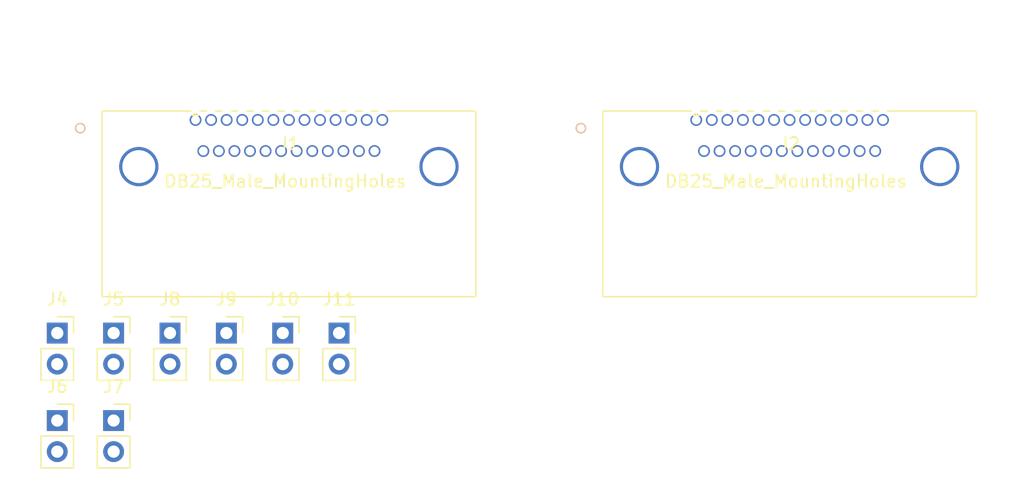
<source format=kicad_pcb>
(kicad_pcb (version 20171130) (host pcbnew "(5.1.10)-1")

  (general
    (thickness 1.6)
    (drawings 0)
    (tracks 0)
    (zones 0)
    (modules 10)
    (nets 29)
  )

  (page A4)
  (layers
    (0 F.Cu signal)
    (31 B.Cu signal)
    (32 B.Adhes user)
    (33 F.Adhes user)
    (34 B.Paste user)
    (35 F.Paste user)
    (36 B.SilkS user)
    (37 F.SilkS user)
    (38 B.Mask user)
    (39 F.Mask user)
    (40 Dwgs.User user)
    (41 Cmts.User user)
    (42 Eco1.User user)
    (43 Eco2.User user)
    (44 Edge.Cuts user)
    (45 Margin user)
    (46 B.CrtYd user)
    (47 F.CrtYd user)
    (48 B.Fab user)
    (49 F.Fab user)
  )

  (setup
    (last_trace_width 0.25)
    (trace_clearance 0.2)
    (zone_clearance 0.508)
    (zone_45_only no)
    (trace_min 0.2)
    (via_size 0.8)
    (via_drill 0.4)
    (via_min_size 0.4)
    (via_min_drill 0.3)
    (uvia_size 0.3)
    (uvia_drill 0.1)
    (uvias_allowed no)
    (uvia_min_size 0.2)
    (uvia_min_drill 0.1)
    (edge_width 0.05)
    (segment_width 0.2)
    (pcb_text_width 0.3)
    (pcb_text_size 1.5 1.5)
    (mod_edge_width 0.12)
    (mod_text_size 1 1)
    (mod_text_width 0.15)
    (pad_size 1.524 1.524)
    (pad_drill 0.762)
    (pad_to_mask_clearance 0)
    (aux_axis_origin 0 0)
    (visible_elements FFFFFF7F)
    (pcbplotparams
      (layerselection 0x010fc_ffffffff)
      (usegerberextensions false)
      (usegerberattributes true)
      (usegerberadvancedattributes true)
      (creategerberjobfile true)
      (excludeedgelayer true)
      (linewidth 0.100000)
      (plotframeref false)
      (viasonmask false)
      (mode 1)
      (useauxorigin false)
      (hpglpennumber 1)
      (hpglpenspeed 20)
      (hpglpendiameter 15.000000)
      (psnegative false)
      (psa4output false)
      (plotreference true)
      (plotvalue true)
      (plotinvisibletext false)
      (padsonsilk false)
      (subtractmaskfromsilk false)
      (outputformat 1)
      (mirror false)
      (drillshape 1)
      (scaleselection 1)
      (outputdirectory ""))
  )

  (net 0 "")
  (net 1 "Net-(J1-Pad25)")
  (net 2 "Net-(J1-Pad24)")
  (net 3 /23)
  (net 4 /22)
  (net 5 "Net-(J1-Pad21)")
  (net 6 "Net-(J1-Pad20)")
  (net 7 "Net-(J1-Pad19)")
  (net 8 "Net-(J1-Pad18)")
  (net 9 "Net-(J1-Pad17)")
  (net 10 "Net-(J1-Pad16)")
  (net 11 "Net-(J1-Pad15)")
  (net 12 "Net-(J1-Pad14)")
  (net 13 "Net-(J1-Pad13)")
  (net 14 "Net-(J1-Pad12)")
  (net 15 "Net-(J1-Pad11)")
  (net 16 /10)
  (net 17 /9)
  (net 18 "Net-(J1-Pad8)")
  (net 19 "Net-(J1-Pad7)")
  (net 20 "Net-(J1-Pad6)")
  (net 21 "Net-(J1-Pad5)")
  (net 22 "Net-(J1-Pad4)")
  (net 23 "Net-(J1-Pad3)")
  (net 24 "Net-(J1-Pad2)")
  (net 25 "Net-(J1-Pad1)")
  (net 26 "Net-(J2-Pad3)")
  (net 27 "Net-(J2-Pad13)")
  (net 28 GND)

  (net_class Default "This is the default net class."
    (clearance 0.2)
    (trace_width 0.25)
    (via_dia 0.8)
    (via_drill 0.4)
    (uvia_dia 0.3)
    (uvia_drill 0.1)
    (add_net /10)
    (add_net /22)
    (add_net /23)
    (add_net /9)
    (add_net GND)
    (add_net "Net-(J1-Pad1)")
    (add_net "Net-(J1-Pad11)")
    (add_net "Net-(J1-Pad12)")
    (add_net "Net-(J1-Pad13)")
    (add_net "Net-(J1-Pad14)")
    (add_net "Net-(J1-Pad15)")
    (add_net "Net-(J1-Pad16)")
    (add_net "Net-(J1-Pad17)")
    (add_net "Net-(J1-Pad18)")
    (add_net "Net-(J1-Pad19)")
    (add_net "Net-(J1-Pad2)")
    (add_net "Net-(J1-Pad20)")
    (add_net "Net-(J1-Pad21)")
    (add_net "Net-(J1-Pad24)")
    (add_net "Net-(J1-Pad25)")
    (add_net "Net-(J1-Pad3)")
    (add_net "Net-(J1-Pad4)")
    (add_net "Net-(J1-Pad5)")
    (add_net "Net-(J1-Pad6)")
    (add_net "Net-(J1-Pad7)")
    (add_net "Net-(J1-Pad8)")
    (add_net "Net-(J2-Pad13)")
    (add_net "Net-(J2-Pad3)")
  )

  (module Connector_PinSocket_2.54mm:PinSocket_1x02_P2.54mm_Vertical (layer F.Cu) (tedit 5A19A420) (tstamp 62CFD5F8)
    (at 78.215033 31.105276)
    (descr "Through hole straight socket strip, 1x02, 2.54mm pitch, single row (from Kicad 4.0.7), script generated")
    (tags "Through hole socket strip THT 1x02 2.54mm single row")
    (path /62D1FDFB)
    (fp_text reference J11 (at 0 -2.77) (layer F.SilkS)
      (effects (font (size 1 1) (thickness 0.15)))
    )
    (fp_text value Conn_01x02 (at 0 5.31) (layer F.Fab)
      (effects (font (size 1 1) (thickness 0.15)))
    )
    (fp_text user %R (at 0 1.27 90) (layer F.Fab)
      (effects (font (size 1 1) (thickness 0.15)))
    )
    (fp_line (start -1.27 -1.27) (end 0.635 -1.27) (layer F.Fab) (width 0.1))
    (fp_line (start 0.635 -1.27) (end 1.27 -0.635) (layer F.Fab) (width 0.1))
    (fp_line (start 1.27 -0.635) (end 1.27 3.81) (layer F.Fab) (width 0.1))
    (fp_line (start 1.27 3.81) (end -1.27 3.81) (layer F.Fab) (width 0.1))
    (fp_line (start -1.27 3.81) (end -1.27 -1.27) (layer F.Fab) (width 0.1))
    (fp_line (start -1.33 1.27) (end 1.33 1.27) (layer F.SilkS) (width 0.12))
    (fp_line (start -1.33 1.27) (end -1.33 3.87) (layer F.SilkS) (width 0.12))
    (fp_line (start -1.33 3.87) (end 1.33 3.87) (layer F.SilkS) (width 0.12))
    (fp_line (start 1.33 1.27) (end 1.33 3.87) (layer F.SilkS) (width 0.12))
    (fp_line (start 1.33 -1.33) (end 1.33 0) (layer F.SilkS) (width 0.12))
    (fp_line (start 0 -1.33) (end 1.33 -1.33) (layer F.SilkS) (width 0.12))
    (fp_line (start -1.8 -1.8) (end 1.75 -1.8) (layer F.CrtYd) (width 0.05))
    (fp_line (start 1.75 -1.8) (end 1.75 4.3) (layer F.CrtYd) (width 0.05))
    (fp_line (start 1.75 4.3) (end -1.8 4.3) (layer F.CrtYd) (width 0.05))
    (fp_line (start -1.8 4.3) (end -1.8 -1.8) (layer F.CrtYd) (width 0.05))
    (pad 2 thru_hole oval (at 0 2.54) (size 1.7 1.7) (drill 1) (layers *.Cu *.Mask)
      (net 3 /23))
    (pad 1 thru_hole rect (at 0 0) (size 1.7 1.7) (drill 1) (layers *.Cu *.Mask)
      (net 16 /10))
    (model ${KISYS3DMOD}/Connector_PinSocket_2.54mm.3dshapes/PinSocket_1x02_P2.54mm_Vertical.wrl
      (at (xyz 0 0 0))
      (scale (xyz 1 1 1))
      (rotate (xyz 0 0 0))
    )
  )

  (module Connector_PinSocket_2.54mm:PinSocket_1x02_P2.54mm_Vertical (layer F.Cu) (tedit 5A19A420) (tstamp 62CFD5E2)
    (at 73.615033 31.105276)
    (descr "Through hole straight socket strip, 1x02, 2.54mm pitch, single row (from Kicad 4.0.7), script generated")
    (tags "Through hole socket strip THT 1x02 2.54mm single row")
    (path /62D1FDF5)
    (fp_text reference J10 (at 0 -2.77) (layer F.SilkS)
      (effects (font (size 1 1) (thickness 0.15)))
    )
    (fp_text value Conn_01x02 (at 0 5.31) (layer F.Fab)
      (effects (font (size 1 1) (thickness 0.15)))
    )
    (fp_text user %R (at 0 1.27 90) (layer F.Fab)
      (effects (font (size 1 1) (thickness 0.15)))
    )
    (fp_line (start -1.27 -1.27) (end 0.635 -1.27) (layer F.Fab) (width 0.1))
    (fp_line (start 0.635 -1.27) (end 1.27 -0.635) (layer F.Fab) (width 0.1))
    (fp_line (start 1.27 -0.635) (end 1.27 3.81) (layer F.Fab) (width 0.1))
    (fp_line (start 1.27 3.81) (end -1.27 3.81) (layer F.Fab) (width 0.1))
    (fp_line (start -1.27 3.81) (end -1.27 -1.27) (layer F.Fab) (width 0.1))
    (fp_line (start -1.33 1.27) (end 1.33 1.27) (layer F.SilkS) (width 0.12))
    (fp_line (start -1.33 1.27) (end -1.33 3.87) (layer F.SilkS) (width 0.12))
    (fp_line (start -1.33 3.87) (end 1.33 3.87) (layer F.SilkS) (width 0.12))
    (fp_line (start 1.33 1.27) (end 1.33 3.87) (layer F.SilkS) (width 0.12))
    (fp_line (start 1.33 -1.33) (end 1.33 0) (layer F.SilkS) (width 0.12))
    (fp_line (start 0 -1.33) (end 1.33 -1.33) (layer F.SilkS) (width 0.12))
    (fp_line (start -1.8 -1.8) (end 1.75 -1.8) (layer F.CrtYd) (width 0.05))
    (fp_line (start 1.75 -1.8) (end 1.75 4.3) (layer F.CrtYd) (width 0.05))
    (fp_line (start 1.75 4.3) (end -1.8 4.3) (layer F.CrtYd) (width 0.05))
    (fp_line (start -1.8 4.3) (end -1.8 -1.8) (layer F.CrtYd) (width 0.05))
    (pad 2 thru_hole oval (at 0 2.54) (size 1.7 1.7) (drill 1) (layers *.Cu *.Mask)
      (net 3 /23))
    (pad 1 thru_hole rect (at 0 0) (size 1.7 1.7) (drill 1) (layers *.Cu *.Mask)
      (net 16 /10))
    (model ${KISYS3DMOD}/Connector_PinSocket_2.54mm.3dshapes/PinSocket_1x02_P2.54mm_Vertical.wrl
      (at (xyz 0 0 0))
      (scale (xyz 1 1 1))
      (rotate (xyz 0 0 0))
    )
  )

  (module Connector_PinSocket_2.54mm:PinSocket_1x02_P2.54mm_Vertical (layer F.Cu) (tedit 5A19A420) (tstamp 62CFD5CC)
    (at 69.015033 31.105276)
    (descr "Through hole straight socket strip, 1x02, 2.54mm pitch, single row (from Kicad 4.0.7), script generated")
    (tags "Through hole socket strip THT 1x02 2.54mm single row")
    (path /62D1FDEF)
    (fp_text reference J9 (at 0 -2.77) (layer F.SilkS)
      (effects (font (size 1 1) (thickness 0.15)))
    )
    (fp_text value Conn_01x02 (at 0 5.31) (layer F.Fab)
      (effects (font (size 1 1) (thickness 0.15)))
    )
    (fp_text user %R (at 0 1.27 90) (layer F.Fab)
      (effects (font (size 1 1) (thickness 0.15)))
    )
    (fp_line (start -1.27 -1.27) (end 0.635 -1.27) (layer F.Fab) (width 0.1))
    (fp_line (start 0.635 -1.27) (end 1.27 -0.635) (layer F.Fab) (width 0.1))
    (fp_line (start 1.27 -0.635) (end 1.27 3.81) (layer F.Fab) (width 0.1))
    (fp_line (start 1.27 3.81) (end -1.27 3.81) (layer F.Fab) (width 0.1))
    (fp_line (start -1.27 3.81) (end -1.27 -1.27) (layer F.Fab) (width 0.1))
    (fp_line (start -1.33 1.27) (end 1.33 1.27) (layer F.SilkS) (width 0.12))
    (fp_line (start -1.33 1.27) (end -1.33 3.87) (layer F.SilkS) (width 0.12))
    (fp_line (start -1.33 3.87) (end 1.33 3.87) (layer F.SilkS) (width 0.12))
    (fp_line (start 1.33 1.27) (end 1.33 3.87) (layer F.SilkS) (width 0.12))
    (fp_line (start 1.33 -1.33) (end 1.33 0) (layer F.SilkS) (width 0.12))
    (fp_line (start 0 -1.33) (end 1.33 -1.33) (layer F.SilkS) (width 0.12))
    (fp_line (start -1.8 -1.8) (end 1.75 -1.8) (layer F.CrtYd) (width 0.05))
    (fp_line (start 1.75 -1.8) (end 1.75 4.3) (layer F.CrtYd) (width 0.05))
    (fp_line (start 1.75 4.3) (end -1.8 4.3) (layer F.CrtYd) (width 0.05))
    (fp_line (start -1.8 4.3) (end -1.8 -1.8) (layer F.CrtYd) (width 0.05))
    (pad 2 thru_hole oval (at 0 2.54) (size 1.7 1.7) (drill 1) (layers *.Cu *.Mask)
      (net 3 /23))
    (pad 1 thru_hole rect (at 0 0) (size 1.7 1.7) (drill 1) (layers *.Cu *.Mask)
      (net 16 /10))
    (model ${KISYS3DMOD}/Connector_PinSocket_2.54mm.3dshapes/PinSocket_1x02_P2.54mm_Vertical.wrl
      (at (xyz 0 0 0))
      (scale (xyz 1 1 1))
      (rotate (xyz 0 0 0))
    )
  )

  (module Connector_PinSocket_2.54mm:PinSocket_1x02_P2.54mm_Vertical (layer F.Cu) (tedit 5A19A420) (tstamp 62CFD5B6)
    (at 64.415033 31.105276)
    (descr "Through hole straight socket strip, 1x02, 2.54mm pitch, single row (from Kicad 4.0.7), script generated")
    (tags "Through hole socket strip THT 1x02 2.54mm single row")
    (path /62D1FDE9)
    (fp_text reference J8 (at 0 -2.77) (layer F.SilkS)
      (effects (font (size 1 1) (thickness 0.15)))
    )
    (fp_text value Conn_01x02 (at 0 5.31) (layer F.Fab)
      (effects (font (size 1 1) (thickness 0.15)))
    )
    (fp_text user %R (at 0 1.27 90) (layer F.Fab)
      (effects (font (size 1 1) (thickness 0.15)))
    )
    (fp_line (start -1.27 -1.27) (end 0.635 -1.27) (layer F.Fab) (width 0.1))
    (fp_line (start 0.635 -1.27) (end 1.27 -0.635) (layer F.Fab) (width 0.1))
    (fp_line (start 1.27 -0.635) (end 1.27 3.81) (layer F.Fab) (width 0.1))
    (fp_line (start 1.27 3.81) (end -1.27 3.81) (layer F.Fab) (width 0.1))
    (fp_line (start -1.27 3.81) (end -1.27 -1.27) (layer F.Fab) (width 0.1))
    (fp_line (start -1.33 1.27) (end 1.33 1.27) (layer F.SilkS) (width 0.12))
    (fp_line (start -1.33 1.27) (end -1.33 3.87) (layer F.SilkS) (width 0.12))
    (fp_line (start -1.33 3.87) (end 1.33 3.87) (layer F.SilkS) (width 0.12))
    (fp_line (start 1.33 1.27) (end 1.33 3.87) (layer F.SilkS) (width 0.12))
    (fp_line (start 1.33 -1.33) (end 1.33 0) (layer F.SilkS) (width 0.12))
    (fp_line (start 0 -1.33) (end 1.33 -1.33) (layer F.SilkS) (width 0.12))
    (fp_line (start -1.8 -1.8) (end 1.75 -1.8) (layer F.CrtYd) (width 0.05))
    (fp_line (start 1.75 -1.8) (end 1.75 4.3) (layer F.CrtYd) (width 0.05))
    (fp_line (start 1.75 4.3) (end -1.8 4.3) (layer F.CrtYd) (width 0.05))
    (fp_line (start -1.8 4.3) (end -1.8 -1.8) (layer F.CrtYd) (width 0.05))
    (pad 2 thru_hole oval (at 0 2.54) (size 1.7 1.7) (drill 1) (layers *.Cu *.Mask)
      (net 3 /23))
    (pad 1 thru_hole rect (at 0 0) (size 1.7 1.7) (drill 1) (layers *.Cu *.Mask)
      (net 16 /10))
    (model ${KISYS3DMOD}/Connector_PinSocket_2.54mm.3dshapes/PinSocket_1x02_P2.54mm_Vertical.wrl
      (at (xyz 0 0 0))
      (scale (xyz 1 1 1))
      (rotate (xyz 0 0 0))
    )
  )

  (module Connector_PinSocket_2.54mm:PinSocket_1x02_P2.54mm_Vertical (layer F.Cu) (tedit 5A19A420) (tstamp 62CFD5A0)
    (at 59.815033 38.255276)
    (descr "Through hole straight socket strip, 1x02, 2.54mm pitch, single row (from Kicad 4.0.7), script generated")
    (tags "Through hole socket strip THT 1x02 2.54mm single row")
    (path /62D0F92A)
    (fp_text reference J7 (at 0 -2.77) (layer F.SilkS)
      (effects (font (size 1 1) (thickness 0.15)))
    )
    (fp_text value Conn_01x02 (at 0 5.31) (layer F.Fab)
      (effects (font (size 1 1) (thickness 0.15)))
    )
    (fp_text user %R (at 0 1.27 90) (layer F.Fab)
      (effects (font (size 1 1) (thickness 0.15)))
    )
    (fp_line (start -1.27 -1.27) (end 0.635 -1.27) (layer F.Fab) (width 0.1))
    (fp_line (start 0.635 -1.27) (end 1.27 -0.635) (layer F.Fab) (width 0.1))
    (fp_line (start 1.27 -0.635) (end 1.27 3.81) (layer F.Fab) (width 0.1))
    (fp_line (start 1.27 3.81) (end -1.27 3.81) (layer F.Fab) (width 0.1))
    (fp_line (start -1.27 3.81) (end -1.27 -1.27) (layer F.Fab) (width 0.1))
    (fp_line (start -1.33 1.27) (end 1.33 1.27) (layer F.SilkS) (width 0.12))
    (fp_line (start -1.33 1.27) (end -1.33 3.87) (layer F.SilkS) (width 0.12))
    (fp_line (start -1.33 3.87) (end 1.33 3.87) (layer F.SilkS) (width 0.12))
    (fp_line (start 1.33 1.27) (end 1.33 3.87) (layer F.SilkS) (width 0.12))
    (fp_line (start 1.33 -1.33) (end 1.33 0) (layer F.SilkS) (width 0.12))
    (fp_line (start 0 -1.33) (end 1.33 -1.33) (layer F.SilkS) (width 0.12))
    (fp_line (start -1.8 -1.8) (end 1.75 -1.8) (layer F.CrtYd) (width 0.05))
    (fp_line (start 1.75 -1.8) (end 1.75 4.3) (layer F.CrtYd) (width 0.05))
    (fp_line (start 1.75 4.3) (end -1.8 4.3) (layer F.CrtYd) (width 0.05))
    (fp_line (start -1.8 4.3) (end -1.8 -1.8) (layer F.CrtYd) (width 0.05))
    (pad 2 thru_hole oval (at 0 2.54) (size 1.7 1.7) (drill 1) (layers *.Cu *.Mask)
      (net 4 /22))
    (pad 1 thru_hole rect (at 0 0) (size 1.7 1.7) (drill 1) (layers *.Cu *.Mask)
      (net 17 /9))
    (model ${KISYS3DMOD}/Connector_PinSocket_2.54mm.3dshapes/PinSocket_1x02_P2.54mm_Vertical.wrl
      (at (xyz 0 0 0))
      (scale (xyz 1 1 1))
      (rotate (xyz 0 0 0))
    )
  )

  (module Connector_PinSocket_2.54mm:PinSocket_1x02_P2.54mm_Vertical (layer F.Cu) (tedit 5A19A420) (tstamp 62CFD58A)
    (at 55.215033 38.255276)
    (descr "Through hole straight socket strip, 1x02, 2.54mm pitch, single row (from Kicad 4.0.7), script generated")
    (tags "Through hole socket strip THT 1x02 2.54mm single row")
    (path /62D0F4E2)
    (fp_text reference J6 (at 0 -2.77) (layer F.SilkS)
      (effects (font (size 1 1) (thickness 0.15)))
    )
    (fp_text value Conn_01x02 (at 0 5.31) (layer F.Fab)
      (effects (font (size 1 1) (thickness 0.15)))
    )
    (fp_text user %R (at 0 1.27 90) (layer F.Fab)
      (effects (font (size 1 1) (thickness 0.15)))
    )
    (fp_line (start -1.27 -1.27) (end 0.635 -1.27) (layer F.Fab) (width 0.1))
    (fp_line (start 0.635 -1.27) (end 1.27 -0.635) (layer F.Fab) (width 0.1))
    (fp_line (start 1.27 -0.635) (end 1.27 3.81) (layer F.Fab) (width 0.1))
    (fp_line (start 1.27 3.81) (end -1.27 3.81) (layer F.Fab) (width 0.1))
    (fp_line (start -1.27 3.81) (end -1.27 -1.27) (layer F.Fab) (width 0.1))
    (fp_line (start -1.33 1.27) (end 1.33 1.27) (layer F.SilkS) (width 0.12))
    (fp_line (start -1.33 1.27) (end -1.33 3.87) (layer F.SilkS) (width 0.12))
    (fp_line (start -1.33 3.87) (end 1.33 3.87) (layer F.SilkS) (width 0.12))
    (fp_line (start 1.33 1.27) (end 1.33 3.87) (layer F.SilkS) (width 0.12))
    (fp_line (start 1.33 -1.33) (end 1.33 0) (layer F.SilkS) (width 0.12))
    (fp_line (start 0 -1.33) (end 1.33 -1.33) (layer F.SilkS) (width 0.12))
    (fp_line (start -1.8 -1.8) (end 1.75 -1.8) (layer F.CrtYd) (width 0.05))
    (fp_line (start 1.75 -1.8) (end 1.75 4.3) (layer F.CrtYd) (width 0.05))
    (fp_line (start 1.75 4.3) (end -1.8 4.3) (layer F.CrtYd) (width 0.05))
    (fp_line (start -1.8 4.3) (end -1.8 -1.8) (layer F.CrtYd) (width 0.05))
    (pad 2 thru_hole oval (at 0 2.54) (size 1.7 1.7) (drill 1) (layers *.Cu *.Mask)
      (net 4 /22))
    (pad 1 thru_hole rect (at 0 0) (size 1.7 1.7) (drill 1) (layers *.Cu *.Mask)
      (net 17 /9))
    (model ${KISYS3DMOD}/Connector_PinSocket_2.54mm.3dshapes/PinSocket_1x02_P2.54mm_Vertical.wrl
      (at (xyz 0 0 0))
      (scale (xyz 1 1 1))
      (rotate (xyz 0 0 0))
    )
  )

  (module Connector_PinSocket_2.54mm:PinSocket_1x02_P2.54mm_Vertical (layer F.Cu) (tedit 5A19A420) (tstamp 62CFD574)
    (at 59.815033 31.105276)
    (descr "Through hole straight socket strip, 1x02, 2.54mm pitch, single row (from Kicad 4.0.7), script generated")
    (tags "Through hole socket strip THT 1x02 2.54mm single row")
    (path /62D0EF91)
    (fp_text reference J5 (at 0 -2.77) (layer F.SilkS)
      (effects (font (size 1 1) (thickness 0.15)))
    )
    (fp_text value Conn_01x02 (at 0 5.31) (layer F.Fab)
      (effects (font (size 1 1) (thickness 0.15)))
    )
    (fp_text user %R (at 0 1.27 90) (layer F.Fab)
      (effects (font (size 1 1) (thickness 0.15)))
    )
    (fp_line (start -1.27 -1.27) (end 0.635 -1.27) (layer F.Fab) (width 0.1))
    (fp_line (start 0.635 -1.27) (end 1.27 -0.635) (layer F.Fab) (width 0.1))
    (fp_line (start 1.27 -0.635) (end 1.27 3.81) (layer F.Fab) (width 0.1))
    (fp_line (start 1.27 3.81) (end -1.27 3.81) (layer F.Fab) (width 0.1))
    (fp_line (start -1.27 3.81) (end -1.27 -1.27) (layer F.Fab) (width 0.1))
    (fp_line (start -1.33 1.27) (end 1.33 1.27) (layer F.SilkS) (width 0.12))
    (fp_line (start -1.33 1.27) (end -1.33 3.87) (layer F.SilkS) (width 0.12))
    (fp_line (start -1.33 3.87) (end 1.33 3.87) (layer F.SilkS) (width 0.12))
    (fp_line (start 1.33 1.27) (end 1.33 3.87) (layer F.SilkS) (width 0.12))
    (fp_line (start 1.33 -1.33) (end 1.33 0) (layer F.SilkS) (width 0.12))
    (fp_line (start 0 -1.33) (end 1.33 -1.33) (layer F.SilkS) (width 0.12))
    (fp_line (start -1.8 -1.8) (end 1.75 -1.8) (layer F.CrtYd) (width 0.05))
    (fp_line (start 1.75 -1.8) (end 1.75 4.3) (layer F.CrtYd) (width 0.05))
    (fp_line (start 1.75 4.3) (end -1.8 4.3) (layer F.CrtYd) (width 0.05))
    (fp_line (start -1.8 4.3) (end -1.8 -1.8) (layer F.CrtYd) (width 0.05))
    (pad 2 thru_hole oval (at 0 2.54) (size 1.7 1.7) (drill 1) (layers *.Cu *.Mask)
      (net 4 /22))
    (pad 1 thru_hole rect (at 0 0) (size 1.7 1.7) (drill 1) (layers *.Cu *.Mask)
      (net 17 /9))
    (model ${KISYS3DMOD}/Connector_PinSocket_2.54mm.3dshapes/PinSocket_1x02_P2.54mm_Vertical.wrl
      (at (xyz 0 0 0))
      (scale (xyz 1 1 1))
      (rotate (xyz 0 0 0))
    )
  )

  (module Connector_PinSocket_2.54mm:PinSocket_1x02_P2.54mm_Vertical (layer F.Cu) (tedit 5A19A420) (tstamp 62CFD55E)
    (at 55.215033 31.105276)
    (descr "Through hole straight socket strip, 1x02, 2.54mm pitch, single row (from Kicad 4.0.7), script generated")
    (tags "Through hole socket strip THT 1x02 2.54mm single row")
    (path /62D0BDC5)
    (fp_text reference J4 (at 0 -2.77) (layer F.SilkS)
      (effects (font (size 1 1) (thickness 0.15)))
    )
    (fp_text value Conn_01x02 (at 0 5.31) (layer F.Fab)
      (effects (font (size 1 1) (thickness 0.15)))
    )
    (fp_text user %R (at 0 1.27 90) (layer F.Fab)
      (effects (font (size 1 1) (thickness 0.15)))
    )
    (fp_line (start -1.27 -1.27) (end 0.635 -1.27) (layer F.Fab) (width 0.1))
    (fp_line (start 0.635 -1.27) (end 1.27 -0.635) (layer F.Fab) (width 0.1))
    (fp_line (start 1.27 -0.635) (end 1.27 3.81) (layer F.Fab) (width 0.1))
    (fp_line (start 1.27 3.81) (end -1.27 3.81) (layer F.Fab) (width 0.1))
    (fp_line (start -1.27 3.81) (end -1.27 -1.27) (layer F.Fab) (width 0.1))
    (fp_line (start -1.33 1.27) (end 1.33 1.27) (layer F.SilkS) (width 0.12))
    (fp_line (start -1.33 1.27) (end -1.33 3.87) (layer F.SilkS) (width 0.12))
    (fp_line (start -1.33 3.87) (end 1.33 3.87) (layer F.SilkS) (width 0.12))
    (fp_line (start 1.33 1.27) (end 1.33 3.87) (layer F.SilkS) (width 0.12))
    (fp_line (start 1.33 -1.33) (end 1.33 0) (layer F.SilkS) (width 0.12))
    (fp_line (start 0 -1.33) (end 1.33 -1.33) (layer F.SilkS) (width 0.12))
    (fp_line (start -1.8 -1.8) (end 1.75 -1.8) (layer F.CrtYd) (width 0.05))
    (fp_line (start 1.75 -1.8) (end 1.75 4.3) (layer F.CrtYd) (width 0.05))
    (fp_line (start 1.75 4.3) (end -1.8 4.3) (layer F.CrtYd) (width 0.05))
    (fp_line (start -1.8 4.3) (end -1.8 -1.8) (layer F.CrtYd) (width 0.05))
    (pad 2 thru_hole oval (at 0 2.54) (size 1.7 1.7) (drill 1) (layers *.Cu *.Mask)
      (net 4 /22))
    (pad 1 thru_hole rect (at 0 0) (size 1.7 1.7) (drill 1) (layers *.Cu *.Mask)
      (net 17 /9))
    (model ${KISYS3DMOD}/Connector_PinSocket_2.54mm.3dshapes/PinSocket_1x02_P2.54mm_Vertical.wrl
      (at (xyz 0 0 0))
      (scale (xyz 1 1 1))
      (rotate (xyz 0 0 0))
    )
  )

  (module 0_Heater_footprints:381-025-112L565 (layer F.Cu) (tedit 62CF668F) (tstamp 62CFD548)
    (at 107.36 13.7)
    (path /62CFD785)
    (fp_text reference J2 (at 7.62 1.94) (layer F.SilkS)
      (effects (font (size 1 1) (thickness 0.15)))
    )
    (fp_text value DB25_Male_MountingHoles (at 7.32 5) (layer F.SilkS)
      (effects (font (size 1 1) (thickness 0.15)))
    )
    (fp_text user "Copyright 2021 Accelerated Designs. All rights reserved." (at 0 0) (layer Cmts.User)
      (effects (font (size 0.127 0.127) (thickness 0.002)))
    )
    (fp_text user * (at 0 0) (layer F.SilkS)
      (effects (font (size 1 1) (thickness 0.15)))
    )
    (fp_text user * (at 0 0) (layer F.Fab)
      (effects (font (size 1 1) (thickness 0.15)))
    )
    (fp_circle (center -9.4107 0.67) (end -9.0297 0.67) (layer B.SilkS) (width 0.12))
    (fp_circle (center -9.4107 0.67) (end -9.0297 0.67) (layer F.SilkS) (width 0.12))
    (fp_circle (center 0 -1.235) (end 0.381 -1.235) (layer F.Fab) (width 0.1))
    (fp_line (start 22.9997 14.5638) (end 22.9997 -0.854) (layer F.CrtYd) (width 0.05))
    (fp_line (start -7.7597 14.5638) (end 22.9997 14.5638) (layer F.CrtYd) (width 0.05))
    (fp_line (start -7.7597 -0.854) (end -7.7597 14.5638) (layer F.CrtYd) (width 0.05))
    (fp_line (start 22.9997 -0.854) (end -7.7597 -0.854) (layer F.CrtYd) (width 0.05))
    (fp_line (start -7.7597 14.5638) (end 22.9997 14.5638) (layer F.CrtYd) (width 0.05))
    (fp_line (start -7.7597 -0.854) (end -7.7597 14.5638) (layer F.CrtYd) (width 0.05))
    (fp_line (start 22.9997 -0.854) (end -7.7597 -0.854) (layer F.CrtYd) (width 0.05))
    (fp_line (start 2.170879 -0.727) (end 1.639121 -0.727) (layer F.SilkS) (width 0.12))
    (fp_line (start 0.900879 -0.727) (end 0.369121 -0.727) (layer F.SilkS) (width 0.12))
    (fp_line (start -0.369121 -0.727) (end -7.6327 -0.727) (layer F.SilkS) (width 0.12))
    (fp_line (start -7.5057 -0.6) (end -7.5057 14.3098) (layer F.Fab) (width 0.1))
    (fp_line (start 22.7457 -0.6) (end -7.5057 -0.6) (layer F.Fab) (width 0.1))
    (fp_line (start 22.7457 14.3098) (end 22.7457 -0.6) (layer F.Fab) (width 0.1))
    (fp_line (start -7.5057 14.3098) (end 22.7457 14.3098) (layer F.Fab) (width 0.1))
    (fp_line (start -7.6327 -0.727) (end -7.6327 14.4368) (layer F.SilkS) (width 0.12))
    (fp_line (start 22.8727 -0.727) (end 15.609121 -0.727) (layer F.SilkS) (width 0.12))
    (fp_line (start 22.8727 14.4368) (end 22.8727 -0.727) (layer F.SilkS) (width 0.12))
    (fp_line (start -7.6327 14.4368) (end 22.8727 14.4368) (layer F.SilkS) (width 0.12))
    (fp_line (start -12.551972 14.055807) (end -12.805963 14.055808) (layer Cmts.User) (width 0.1))
    (fp_line (start -12.551972 14.055807) (end -12.678967 14.3098) (layer Cmts.User) (width 0.1))
    (fp_line (start -12.805963 14.055808) (end -12.678967 14.3098) (layer Cmts.User) (width 0.1))
    (fp_line (start -12.805962 4.063993) (end -12.551971 4.063992) (layer Cmts.User) (width 0.1))
    (fp_line (start -12.805962 4.063993) (end -12.678967 3.81) (layer Cmts.User) (width 0.1))
    (fp_line (start -12.551971 4.063992) (end -12.678967 3.81) (layer Cmts.User) (width 0.1))
    (fp_line (start -12.678967 3.81) (end -12.678967 14.3098) (layer Cmts.User) (width 0.1))
    (fp_line (start -4.630001 3.81) (end -13.059967 3.81) (layer Cmts.User) (width 0.1))
    (fp_line (start -4.630001 14.3098) (end -13.059967 14.3098) (layer Cmts.User) (width 0.1))
    (fp_line (start 26.453304 14.055807) (end 26.199313 14.055808) (layer Cmts.User) (width 0.1))
    (fp_line (start 26.453304 14.055807) (end 26.326309 14.3098) (layer Cmts.User) (width 0.1))
    (fp_line (start 26.199313 14.055808) (end 26.326309 14.3098) (layer Cmts.User) (width 0.1))
    (fp_line (start 26.199314 -0.346007) (end 26.453305 -0.346008) (layer Cmts.User) (width 0.1))
    (fp_line (start 26.199314 -0.346007) (end 26.326309 -0.6) (layer Cmts.User) (width 0.1))
    (fp_line (start 26.453305 -0.346008) (end 26.326309 -0.6) (layer Cmts.User) (width 0.1))
    (fp_line (start 26.326309 -0.6) (end 26.326309 14.3098) (layer Cmts.User) (width 0.1))
    (fp_line (start 22.7457 -0.6) (end 26.707309 -0.6) (layer Cmts.User) (width 0.1))
    (fp_line (start 22.7457 14.3098) (end 26.707309 14.3098) (layer Cmts.User) (width 0.1))
    (fp_line (start 26.453304 2.286007) (end 26.199313 2.286008) (layer Cmts.User) (width 0.1))
    (fp_line (start 26.453304 2.286007) (end 26.326309 2.54) (layer Cmts.User) (width 0.1))
    (fp_line (start 26.199313 2.286008) (end 26.326309 2.54) (layer Cmts.User) (width 0.1))
    (fp_line (start 26.199314 0.253993) (end 26.453305 0.253992) (layer Cmts.User) (width 0.1))
    (fp_line (start 26.199314 0.253993) (end 26.326309 0) (layer Cmts.User) (width 0.1))
    (fp_line (start 26.453305 0.253992) (end 26.326309 0) (layer Cmts.User) (width 0.1))
    (fp_line (start 26.326309 0) (end 26.326309 2.54) (layer Cmts.User) (width 0.1))
    (fp_line (start 14.605 0) (end 26.707309 0) (layer Cmts.User) (width 0.1))
    (fp_line (start 14.605 2.54) (end 26.707309 2.54) (layer Cmts.User) (width 0.1))
    (fp_line (start 5.33398 -3.153399) (end 5.333981 -3.40739) (layer Cmts.User) (width 0.1))
    (fp_line (start 5.33398 -3.153399) (end 5.079988 -3.280395) (layer Cmts.User) (width 0.1))
    (fp_line (start 5.333981 -3.40739) (end 5.079988 -3.280395) (layer Cmts.User) (width 0.1))
    (fp_line (start 6.095996 -3.407391) (end 6.095995 -3.1534) (layer Cmts.User) (width 0.1))
    (fp_line (start 6.095996 -3.407391) (end 6.349988 -3.280395) (layer Cmts.User) (width 0.1))
    (fp_line (start 6.095995 -3.1534) (end 6.349988 -3.280395) (layer Cmts.User) (width 0.1))
    (fp_line (start 5.079988 -3.280395) (end 6.349988 -3.280395) (layer Cmts.User) (width 0.1))
    (fp_line (start 5.08 0) (end 5.079987 -3.661395) (layer Cmts.User) (width 0.1))
    (fp_line (start 6.35 0) (end 6.349987 -3.661395) (layer Cmts.User) (width 0.1))
    (fp_line (start -7.25174 -9.241728) (end -7.251739 -9.495719) (layer Cmts.User) (width 0.1))
    (fp_line (start -7.25174 -9.241728) (end -7.505732 -9.368724) (layer Cmts.User) (width 0.1))
    (fp_line (start -7.251739 -9.495719) (end -7.505732 -9.368724) (layer Cmts.User) (width 0.1))
    (fp_line (start 22.491675 -9.49572) (end 22.491675 -9.241729) (layer Cmts.User) (width 0.1))
    (fp_line (start 22.491675 -9.49572) (end 22.745668 -9.368724) (layer Cmts.User) (width 0.1))
    (fp_line (start 22.491675 -9.241729) (end 22.745668 -9.368724) (layer Cmts.User) (width 0.1))
    (fp_line (start -7.505732 -9.368724) (end 22.745668 -9.368724) (layer Cmts.User) (width 0.1))
    (fp_line (start -7.5057 -0.6) (end -7.505734 -9.749724) (layer Cmts.User) (width 0.1))
    (fp_line (start 22.7457 -0.6) (end 22.745666 -9.749724) (layer Cmts.User) (width 0.1))
    (fp_line (start 8.520879 -0.727) (end 7.989121 -0.727) (layer F.SilkS) (width 0.12))
    (fp_line (start 7.250879 -0.727) (end 6.719121 -0.727) (layer F.SilkS) (width 0.12))
    (fp_line (start 5.980879 -0.727) (end 5.449121 -0.727) (layer F.SilkS) (width 0.12))
    (fp_line (start 4.710879 -0.727) (end 4.179121 -0.727) (layer F.SilkS) (width 0.12))
    (fp_line (start 3.440879 -0.727) (end 2.909121 -0.727) (layer F.SilkS) (width 0.12))
    (fp_line (start 14.870879 -0.727) (end 14.339121 -0.727) (layer F.SilkS) (width 0.12))
    (fp_line (start 13.600879 -0.727) (end 13.069121 -0.727) (layer F.SilkS) (width 0.12))
    (fp_line (start 12.330879 -0.727) (end 11.799121 -0.727) (layer F.SilkS) (width 0.12))
    (fp_line (start 11.060879 -0.727) (end 10.529121 -0.727) (layer F.SilkS) (width 0.12))
    (fp_line (start 9.790879 -0.727) (end 9.259121 -0.727) (layer F.SilkS) (width 0.12))
    (fp_line (start 22.9997 14.5638) (end 22.9997 -0.854) (layer F.CrtYd) (width 0.05))
    (pad 1 thru_hole circle (at 0 0) (size 0.9652 0.9652) (drill 0.7112) (layers *.Cu *.Mask)
      (net 25 "Net-(J1-Pad1)"))
    (pad 2 thru_hole circle (at 1.27 0) (size 0.9652 0.9652) (drill 0.7112) (layers *.Cu *.Mask)
      (net 24 "Net-(J1-Pad2)"))
    (pad 3 thru_hole circle (at 2.54 0) (size 0.9652 0.9652) (drill 0.7112) (layers *.Cu *.Mask)
      (net 26 "Net-(J2-Pad3)"))
    (pad 4 thru_hole circle (at 3.81 0) (size 0.9652 0.9652) (drill 0.7112) (layers *.Cu *.Mask)
      (net 22 "Net-(J1-Pad4)"))
    (pad 5 thru_hole circle (at 5.08 0) (size 0.9652 0.9652) (drill 0.7112) (layers *.Cu *.Mask)
      (net 21 "Net-(J1-Pad5)"))
    (pad 6 thru_hole circle (at 6.35 0) (size 0.9652 0.9652) (drill 0.7112) (layers *.Cu *.Mask)
      (net 20 "Net-(J1-Pad6)"))
    (pad 7 thru_hole circle (at 7.62 0) (size 0.9652 0.9652) (drill 0.7112) (layers *.Cu *.Mask)
      (net 19 "Net-(J1-Pad7)"))
    (pad 8 thru_hole circle (at 8.89 0) (size 0.9652 0.9652) (drill 0.7112) (layers *.Cu *.Mask)
      (net 18 "Net-(J1-Pad8)"))
    (pad 9 thru_hole circle (at 10.16 0) (size 0.9652 0.9652) (drill 0.7112) (layers *.Cu *.Mask)
      (net 17 /9))
    (pad 10 thru_hole circle (at 11.43 0) (size 0.9652 0.9652) (drill 0.7112) (layers *.Cu *.Mask)
      (net 16 /10))
    (pad 11 thru_hole circle (at 12.7 0) (size 0.9652 0.9652) (drill 0.7112) (layers *.Cu *.Mask)
      (net 15 "Net-(J1-Pad11)"))
    (pad 12 thru_hole circle (at 13.97 0) (size 0.9652 0.9652) (drill 0.7112) (layers *.Cu *.Mask)
      (net 14 "Net-(J1-Pad12)"))
    (pad 13 thru_hole circle (at 15.24 0) (size 0.9652 0.9652) (drill 0.7112) (layers *.Cu *.Mask)
      (net 27 "Net-(J2-Pad13)"))
    (pad 14 thru_hole circle (at 0.635 2.54) (size 0.9652 0.9652) (drill 0.7112) (layers *.Cu *.Mask)
      (net 12 "Net-(J1-Pad14)"))
    (pad 15 thru_hole circle (at 1.905 2.54) (size 0.9652 0.9652) (drill 0.7112) (layers *.Cu *.Mask)
      (net 11 "Net-(J1-Pad15)"))
    (pad 16 thru_hole circle (at 3.175 2.54) (size 0.9652 0.9652) (drill 0.7112) (layers *.Cu *.Mask)
      (net 10 "Net-(J1-Pad16)"))
    (pad 17 thru_hole circle (at 4.445 2.54) (size 0.9652 0.9652) (drill 0.7112) (layers *.Cu *.Mask)
      (net 9 "Net-(J1-Pad17)"))
    (pad 18 thru_hole circle (at 5.715 2.54) (size 0.9652 0.9652) (drill 0.7112) (layers *.Cu *.Mask)
      (net 8 "Net-(J1-Pad18)"))
    (pad 19 thru_hole circle (at 6.985 2.54) (size 0.9652 0.9652) (drill 0.7112) (layers *.Cu *.Mask)
      (net 7 "Net-(J1-Pad19)"))
    (pad 20 thru_hole circle (at 8.255 2.54) (size 0.9652 0.9652) (drill 0.7112) (layers *.Cu *.Mask)
      (net 6 "Net-(J1-Pad20)"))
    (pad 21 thru_hole circle (at 9.525 2.54) (size 0.9652 0.9652) (drill 0.7112) (layers *.Cu *.Mask)
      (net 5 "Net-(J1-Pad21)"))
    (pad 22 thru_hole circle (at 10.795 2.54) (size 0.9652 0.9652) (drill 0.7112) (layers *.Cu *.Mask)
      (net 4 /22))
    (pad 23 thru_hole circle (at 12.065 2.54) (size 0.9652 0.9652) (drill 0.7112) (layers *.Cu *.Mask)
      (net 3 /23))
    (pad 24 thru_hole circle (at 13.335 2.54) (size 0.9652 0.9652) (drill 0.7112) (layers *.Cu *.Mask)
      (net 2 "Net-(J1-Pad24)"))
    (pad 25 thru_hole circle (at 14.605 2.54) (size 0.9652 0.9652) (drill 0.7112) (layers *.Cu *.Mask)
      (net 1 "Net-(J1-Pad25)"))
    (pad 0 thru_hole circle (at -4.630001 3.81) (size 3.2004 3.2004) (drill 2.6924) (layers *.Cu *.Mask)
      (net 28 GND))
    (pad 0 thru_hole circle (at 19.870001 3.81) (size 3.2004 3.2004) (drill 2.6924) (layers *.Cu *.Mask)
      (net 28 GND))
  )

  (module 0_Heater_footprints:381-025-112L565 (layer F.Cu) (tedit 62CF668F) (tstamp 62CFD4D9)
    (at 66.5 13.7)
    (path /62CF6312)
    (fp_text reference J1 (at 7.62 1.94) (layer F.SilkS)
      (effects (font (size 1 1) (thickness 0.15)))
    )
    (fp_text value DB25_Male_MountingHoles (at 7.32 5) (layer F.SilkS)
      (effects (font (size 1 1) (thickness 0.15)))
    )
    (fp_text user "Copyright 2021 Accelerated Designs. All rights reserved." (at 0 0) (layer Cmts.User)
      (effects (font (size 0.127 0.127) (thickness 0.002)))
    )
    (fp_text user * (at 0 0) (layer F.SilkS)
      (effects (font (size 1 1) (thickness 0.15)))
    )
    (fp_text user * (at 0 0) (layer F.Fab)
      (effects (font (size 1 1) (thickness 0.15)))
    )
    (fp_circle (center -9.4107 0.67) (end -9.0297 0.67) (layer B.SilkS) (width 0.12))
    (fp_circle (center -9.4107 0.67) (end -9.0297 0.67) (layer F.SilkS) (width 0.12))
    (fp_circle (center 0 -1.235) (end 0.381 -1.235) (layer F.Fab) (width 0.1))
    (fp_line (start 22.9997 14.5638) (end 22.9997 -0.854) (layer F.CrtYd) (width 0.05))
    (fp_line (start -7.7597 14.5638) (end 22.9997 14.5638) (layer F.CrtYd) (width 0.05))
    (fp_line (start -7.7597 -0.854) (end -7.7597 14.5638) (layer F.CrtYd) (width 0.05))
    (fp_line (start 22.9997 -0.854) (end -7.7597 -0.854) (layer F.CrtYd) (width 0.05))
    (fp_line (start -7.7597 14.5638) (end 22.9997 14.5638) (layer F.CrtYd) (width 0.05))
    (fp_line (start -7.7597 -0.854) (end -7.7597 14.5638) (layer F.CrtYd) (width 0.05))
    (fp_line (start 22.9997 -0.854) (end -7.7597 -0.854) (layer F.CrtYd) (width 0.05))
    (fp_line (start 2.170879 -0.727) (end 1.639121 -0.727) (layer F.SilkS) (width 0.12))
    (fp_line (start 0.900879 -0.727) (end 0.369121 -0.727) (layer F.SilkS) (width 0.12))
    (fp_line (start -0.369121 -0.727) (end -7.6327 -0.727) (layer F.SilkS) (width 0.12))
    (fp_line (start -7.5057 -0.6) (end -7.5057 14.3098) (layer F.Fab) (width 0.1))
    (fp_line (start 22.7457 -0.6) (end -7.5057 -0.6) (layer F.Fab) (width 0.1))
    (fp_line (start 22.7457 14.3098) (end 22.7457 -0.6) (layer F.Fab) (width 0.1))
    (fp_line (start -7.5057 14.3098) (end 22.7457 14.3098) (layer F.Fab) (width 0.1))
    (fp_line (start -7.6327 -0.727) (end -7.6327 14.4368) (layer F.SilkS) (width 0.12))
    (fp_line (start 22.8727 -0.727) (end 15.609121 -0.727) (layer F.SilkS) (width 0.12))
    (fp_line (start 22.8727 14.4368) (end 22.8727 -0.727) (layer F.SilkS) (width 0.12))
    (fp_line (start -7.6327 14.4368) (end 22.8727 14.4368) (layer F.SilkS) (width 0.12))
    (fp_line (start -12.551972 14.055807) (end -12.805963 14.055808) (layer Cmts.User) (width 0.1))
    (fp_line (start -12.551972 14.055807) (end -12.678967 14.3098) (layer Cmts.User) (width 0.1))
    (fp_line (start -12.805963 14.055808) (end -12.678967 14.3098) (layer Cmts.User) (width 0.1))
    (fp_line (start -12.805962 4.063993) (end -12.551971 4.063992) (layer Cmts.User) (width 0.1))
    (fp_line (start -12.805962 4.063993) (end -12.678967 3.81) (layer Cmts.User) (width 0.1))
    (fp_line (start -12.551971 4.063992) (end -12.678967 3.81) (layer Cmts.User) (width 0.1))
    (fp_line (start -12.678967 3.81) (end -12.678967 14.3098) (layer Cmts.User) (width 0.1))
    (fp_line (start -4.630001 3.81) (end -13.059967 3.81) (layer Cmts.User) (width 0.1))
    (fp_line (start -4.630001 14.3098) (end -13.059967 14.3098) (layer Cmts.User) (width 0.1))
    (fp_line (start 26.453304 14.055807) (end 26.199313 14.055808) (layer Cmts.User) (width 0.1))
    (fp_line (start 26.453304 14.055807) (end 26.326309 14.3098) (layer Cmts.User) (width 0.1))
    (fp_line (start 26.199313 14.055808) (end 26.326309 14.3098) (layer Cmts.User) (width 0.1))
    (fp_line (start 26.199314 -0.346007) (end 26.453305 -0.346008) (layer Cmts.User) (width 0.1))
    (fp_line (start 26.199314 -0.346007) (end 26.326309 -0.6) (layer Cmts.User) (width 0.1))
    (fp_line (start 26.453305 -0.346008) (end 26.326309 -0.6) (layer Cmts.User) (width 0.1))
    (fp_line (start 26.326309 -0.6) (end 26.326309 14.3098) (layer Cmts.User) (width 0.1))
    (fp_line (start 22.7457 -0.6) (end 26.707309 -0.6) (layer Cmts.User) (width 0.1))
    (fp_line (start 22.7457 14.3098) (end 26.707309 14.3098) (layer Cmts.User) (width 0.1))
    (fp_line (start 26.453304 2.286007) (end 26.199313 2.286008) (layer Cmts.User) (width 0.1))
    (fp_line (start 26.453304 2.286007) (end 26.326309 2.54) (layer Cmts.User) (width 0.1))
    (fp_line (start 26.199313 2.286008) (end 26.326309 2.54) (layer Cmts.User) (width 0.1))
    (fp_line (start 26.199314 0.253993) (end 26.453305 0.253992) (layer Cmts.User) (width 0.1))
    (fp_line (start 26.199314 0.253993) (end 26.326309 0) (layer Cmts.User) (width 0.1))
    (fp_line (start 26.453305 0.253992) (end 26.326309 0) (layer Cmts.User) (width 0.1))
    (fp_line (start 26.326309 0) (end 26.326309 2.54) (layer Cmts.User) (width 0.1))
    (fp_line (start 14.605 0) (end 26.707309 0) (layer Cmts.User) (width 0.1))
    (fp_line (start 14.605 2.54) (end 26.707309 2.54) (layer Cmts.User) (width 0.1))
    (fp_line (start 5.33398 -3.153399) (end 5.333981 -3.40739) (layer Cmts.User) (width 0.1))
    (fp_line (start 5.33398 -3.153399) (end 5.079988 -3.280395) (layer Cmts.User) (width 0.1))
    (fp_line (start 5.333981 -3.40739) (end 5.079988 -3.280395) (layer Cmts.User) (width 0.1))
    (fp_line (start 6.095996 -3.407391) (end 6.095995 -3.1534) (layer Cmts.User) (width 0.1))
    (fp_line (start 6.095996 -3.407391) (end 6.349988 -3.280395) (layer Cmts.User) (width 0.1))
    (fp_line (start 6.095995 -3.1534) (end 6.349988 -3.280395) (layer Cmts.User) (width 0.1))
    (fp_line (start 5.079988 -3.280395) (end 6.349988 -3.280395) (layer Cmts.User) (width 0.1))
    (fp_line (start 5.08 0) (end 5.079987 -3.661395) (layer Cmts.User) (width 0.1))
    (fp_line (start 6.35 0) (end 6.349987 -3.661395) (layer Cmts.User) (width 0.1))
    (fp_line (start -7.25174 -9.241728) (end -7.251739 -9.495719) (layer Cmts.User) (width 0.1))
    (fp_line (start -7.25174 -9.241728) (end -7.505732 -9.368724) (layer Cmts.User) (width 0.1))
    (fp_line (start -7.251739 -9.495719) (end -7.505732 -9.368724) (layer Cmts.User) (width 0.1))
    (fp_line (start 22.491675 -9.49572) (end 22.491675 -9.241729) (layer Cmts.User) (width 0.1))
    (fp_line (start 22.491675 -9.49572) (end 22.745668 -9.368724) (layer Cmts.User) (width 0.1))
    (fp_line (start 22.491675 -9.241729) (end 22.745668 -9.368724) (layer Cmts.User) (width 0.1))
    (fp_line (start -7.505732 -9.368724) (end 22.745668 -9.368724) (layer Cmts.User) (width 0.1))
    (fp_line (start -7.5057 -0.6) (end -7.505734 -9.749724) (layer Cmts.User) (width 0.1))
    (fp_line (start 22.7457 -0.6) (end 22.745666 -9.749724) (layer Cmts.User) (width 0.1))
    (fp_line (start 8.520879 -0.727) (end 7.989121 -0.727) (layer F.SilkS) (width 0.12))
    (fp_line (start 7.250879 -0.727) (end 6.719121 -0.727) (layer F.SilkS) (width 0.12))
    (fp_line (start 5.980879 -0.727) (end 5.449121 -0.727) (layer F.SilkS) (width 0.12))
    (fp_line (start 4.710879 -0.727) (end 4.179121 -0.727) (layer F.SilkS) (width 0.12))
    (fp_line (start 3.440879 -0.727) (end 2.909121 -0.727) (layer F.SilkS) (width 0.12))
    (fp_line (start 14.870879 -0.727) (end 14.339121 -0.727) (layer F.SilkS) (width 0.12))
    (fp_line (start 13.600879 -0.727) (end 13.069121 -0.727) (layer F.SilkS) (width 0.12))
    (fp_line (start 12.330879 -0.727) (end 11.799121 -0.727) (layer F.SilkS) (width 0.12))
    (fp_line (start 11.060879 -0.727) (end 10.529121 -0.727) (layer F.SilkS) (width 0.12))
    (fp_line (start 9.790879 -0.727) (end 9.259121 -0.727) (layer F.SilkS) (width 0.12))
    (fp_line (start 22.9997 14.5638) (end 22.9997 -0.854) (layer F.CrtYd) (width 0.05))
    (pad 1 thru_hole circle (at 0 0) (size 0.9652 0.9652) (drill 0.7112) (layers *.Cu *.Mask)
      (net 25 "Net-(J1-Pad1)"))
    (pad 2 thru_hole circle (at 1.27 0) (size 0.9652 0.9652) (drill 0.7112) (layers *.Cu *.Mask)
      (net 24 "Net-(J1-Pad2)"))
    (pad 3 thru_hole circle (at 2.54 0) (size 0.9652 0.9652) (drill 0.7112) (layers *.Cu *.Mask)
      (net 23 "Net-(J1-Pad3)"))
    (pad 4 thru_hole circle (at 3.81 0) (size 0.9652 0.9652) (drill 0.7112) (layers *.Cu *.Mask)
      (net 22 "Net-(J1-Pad4)"))
    (pad 5 thru_hole circle (at 5.08 0) (size 0.9652 0.9652) (drill 0.7112) (layers *.Cu *.Mask)
      (net 21 "Net-(J1-Pad5)"))
    (pad 6 thru_hole circle (at 6.35 0) (size 0.9652 0.9652) (drill 0.7112) (layers *.Cu *.Mask)
      (net 20 "Net-(J1-Pad6)"))
    (pad 7 thru_hole circle (at 7.62 0) (size 0.9652 0.9652) (drill 0.7112) (layers *.Cu *.Mask)
      (net 19 "Net-(J1-Pad7)"))
    (pad 8 thru_hole circle (at 8.89 0) (size 0.9652 0.9652) (drill 0.7112) (layers *.Cu *.Mask)
      (net 18 "Net-(J1-Pad8)"))
    (pad 9 thru_hole circle (at 10.16 0) (size 0.9652 0.9652) (drill 0.7112) (layers *.Cu *.Mask)
      (net 17 /9))
    (pad 10 thru_hole circle (at 11.43 0) (size 0.9652 0.9652) (drill 0.7112) (layers *.Cu *.Mask)
      (net 16 /10))
    (pad 11 thru_hole circle (at 12.7 0) (size 0.9652 0.9652) (drill 0.7112) (layers *.Cu *.Mask)
      (net 15 "Net-(J1-Pad11)"))
    (pad 12 thru_hole circle (at 13.97 0) (size 0.9652 0.9652) (drill 0.7112) (layers *.Cu *.Mask)
      (net 14 "Net-(J1-Pad12)"))
    (pad 13 thru_hole circle (at 15.24 0) (size 0.9652 0.9652) (drill 0.7112) (layers *.Cu *.Mask)
      (net 13 "Net-(J1-Pad13)"))
    (pad 14 thru_hole circle (at 0.635 2.54) (size 0.9652 0.9652) (drill 0.7112) (layers *.Cu *.Mask)
      (net 12 "Net-(J1-Pad14)"))
    (pad 15 thru_hole circle (at 1.905 2.54) (size 0.9652 0.9652) (drill 0.7112) (layers *.Cu *.Mask)
      (net 11 "Net-(J1-Pad15)"))
    (pad 16 thru_hole circle (at 3.175 2.54) (size 0.9652 0.9652) (drill 0.7112) (layers *.Cu *.Mask)
      (net 10 "Net-(J1-Pad16)"))
    (pad 17 thru_hole circle (at 4.445 2.54) (size 0.9652 0.9652) (drill 0.7112) (layers *.Cu *.Mask)
      (net 9 "Net-(J1-Pad17)"))
    (pad 18 thru_hole circle (at 5.715 2.54) (size 0.9652 0.9652) (drill 0.7112) (layers *.Cu *.Mask)
      (net 8 "Net-(J1-Pad18)"))
    (pad 19 thru_hole circle (at 6.985 2.54) (size 0.9652 0.9652) (drill 0.7112) (layers *.Cu *.Mask)
      (net 7 "Net-(J1-Pad19)"))
    (pad 20 thru_hole circle (at 8.255 2.54) (size 0.9652 0.9652) (drill 0.7112) (layers *.Cu *.Mask)
      (net 6 "Net-(J1-Pad20)"))
    (pad 21 thru_hole circle (at 9.525 2.54) (size 0.9652 0.9652) (drill 0.7112) (layers *.Cu *.Mask)
      (net 5 "Net-(J1-Pad21)"))
    (pad 22 thru_hole circle (at 10.795 2.54) (size 0.9652 0.9652) (drill 0.7112) (layers *.Cu *.Mask)
      (net 4 /22))
    (pad 23 thru_hole circle (at 12.065 2.54) (size 0.9652 0.9652) (drill 0.7112) (layers *.Cu *.Mask)
      (net 3 /23))
    (pad 24 thru_hole circle (at 13.335 2.54) (size 0.9652 0.9652) (drill 0.7112) (layers *.Cu *.Mask)
      (net 2 "Net-(J1-Pad24)"))
    (pad 25 thru_hole circle (at 14.605 2.54) (size 0.9652 0.9652) (drill 0.7112) (layers *.Cu *.Mask)
      (net 1 "Net-(J1-Pad25)"))
    (pad 0 thru_hole circle (at -4.630001 3.81) (size 3.2004 3.2004) (drill 2.6924) (layers *.Cu *.Mask)
      (net 28 GND))
    (pad 0 thru_hole circle (at 19.870001 3.81) (size 3.2004 3.2004) (drill 2.6924) (layers *.Cu *.Mask)
      (net 28 GND))
  )

)

</source>
